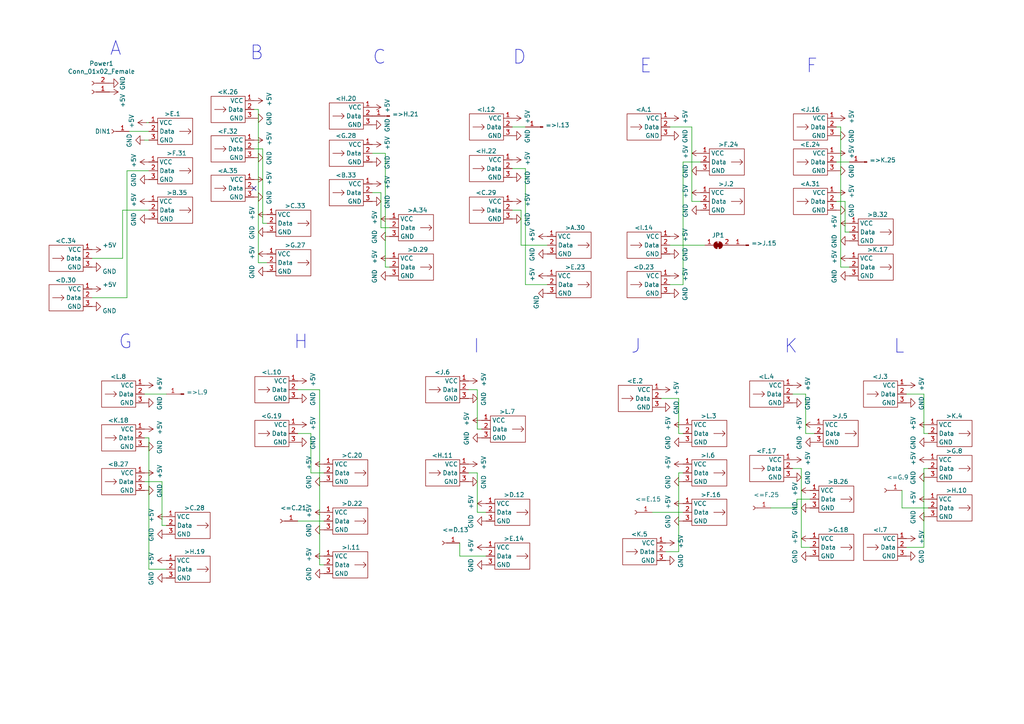
<source format=kicad_sch>
(kicad_sch (version 20200512) (host eeschema "(5.99.0-1842-g6eb2a1e56)")
  (page 1 1)
  (paper "A4")
  (lib_symbols
    (symbol "Connector:Conn_01x01_Female" (pin_names hide)
      (property "Reference" "J" (at 0 2.54 0))
      (property "Value" "Conn_01x01_Female" (at 0 -2.54 0))
      (symbol "Conn_01x01_Female_1_1"
        (arc (start 0 0.508) (end 0 -0.508) (radius (at 0 0) (length 0.508) (angles 90.1 -90.1)) (stroke (width 0.1524)))
        (polyline (pts (xy -1.27 0) (xy -0.508 0)) (stroke (width 0.1524)))
        (pin passive line (at -5.08 0 0) (length 3.81) (name "Pin_1") (number "1"))
      )
    )
    (symbol "Connector:Conn_01x01_Male" (pin_names hide)
      (property "Reference" "J" (at 0 2.54 0))
      (property "Value" "Conn_01x01_Male" (at 0 -2.54 0))
      (symbol "Conn_01x01_Male_1_1"
        (rectangle (start 0.8636 0.127) (end 0 -0.127) (stroke (width 0.1524)) (fill (type outline)))
        (polyline (pts (xy 1.27 0) (xy 0.8636 0)) (stroke (width 0.1524)))
        (pin passive line (at 5.08 0 180) (length 3.81) (name "Pin_1") (number "1"))
      )
    )
    (symbol "Connector:Conn_01x02_Female" (pin_names hide)
      (property "Reference" "J" (at 0 2.54 0))
      (property "Value" "Conn_01x02_Female" (at 0 -5.08 0))
      (symbol "Conn_01x02_Female_1_1"
        (arc (start 0 -2.032) (end 0 -3.048) (radius (at 0 -2.54) (length 0.508) (angles 90.1 -90.1)) (stroke (width 0.1524)))
        (arc (start 0 0.508) (end 0 -0.508) (radius (at 0 0) (length 0.508) (angles 90.1 -90.1)) (stroke (width 0.1524)))
        (polyline (pts (xy -1.27 -2.54) (xy -0.508 -2.54)) (stroke (width 0.1524)))
        (polyline (pts (xy -1.27 0) (xy -0.508 0)) (stroke (width 0.1524)))
        (pin passive line (at -5.08 0 0) (length 3.81) (name "Pin_1") (number "1"))
        (pin passive line (at -5.08 -2.54 0) (length 3.81) (name "Pin_2") (number "2"))
      )
    )
    (symbol "Ikosaeder:LEDs_In"
      (property "Reference" "LIN" (at 0 7.62 0))
      (property "Value" "LEDs_In" (at 0 5.08 0))
      (symbol "LEDs_In_0_1"
        (rectangle (start -4.826 3.81) (end 5.08 -3.81) (stroke (width 0.1524)))
        (polyline (pts (xy -3.81 0) (xy -0.508 0) (xy -1.27 0.762) (xy -0.508 0) (xy -1.27 -0.762)) (stroke (width 0.1524)))
      )
      (symbol "LEDs_In_1_1"
        (pin power_out line (at 7.62 2.54 180) (length 2.54) (name "VCC") (number "1"))
        (pin output line (at 7.62 0 180) (length 2.54) (name "Data") (number "2"))
        (pin power_out line (at 7.62 -2.54 180) (length 2.54) (name "GND") (number "3"))
      )
    )
    (symbol "Ikosaeder:LEDs_Out"
      (property "Reference" "LOUT" (at 0 7.874 0))
      (property "Value" "LEDs_Out" (at 0 6.096 0))
      (symbol "LEDs_Out_0_1"
        (rectangle (start -5.08 5.08) (end 5.08 -2.54) (stroke (width 0.1524)))
        (polyline (pts (xy 1.27 1.27) (xy 4.572 1.27) (xy 3.81 2.032) (xy 4.572 1.27) (xy 3.81 0.508)) (stroke (width 0.1524)))
      )
      (symbol "LEDs_Out_1_1"
        (pin power_in line (at -7.62 3.81 0) (length 2.54) (name "VCC") (number "1"))
        (pin input line (at -7.62 1.27 0) (length 2.54) (name "Data") (number "2"))
        (pin power_in line (at -7.62 -1.27 0) (length 2.54) (name "GND") (number "3"))
      )
    )
    (symbol "Jumper:SolderJumper_2_Bridged" (pin_names (offset 0) hide)
      (property "Reference" "JP" (at 0 2.032 0))
      (property "Value" "SolderJumper_2_Bridged" (at 0 -2.54 0))
      (symbol "SolderJumper_2_Bridged_0_1"
        (arc (start -0.254 1.016) (end -0.254 -1.016) (radius (at -0.254 0) (length 1.016) (angles 90.1 -90.1)))
        (arc (start -0.254 1.016) (end -0.254 -1.016) (radius (at -0.254 0) (length 1.016) (angles 90.1 -90.1)) (fill (type outline)))
        (arc (start 0.254 -1.016) (end 0.254 1.016) (radius (at 0.254 0) (length 1.016) (angles -89.9 89.9)))
        (arc (start 0.254 -1.016) (end 0.254 1.016) (radius (at 0.254 0) (length 1.016) (angles -89.9 89.9)) (fill (type outline)))
        (rectangle (start -0.508 0.508) (end 0.508 -0.508) (fill (type outline)))
        (polyline (pts (xy -0.254 1.016) (xy -0.254 -1.016)))
        (polyline (pts (xy 0.254 1.016) (xy 0.254 -1.016)))
      )
      (symbol "SolderJumper_2_Bridged_1_1"
        (pin passive line (at -3.81 0 0) (length 2.54) (name "A") (number "1"))
        (pin passive line (at 3.81 0 180) (length 2.54) (name "B") (number "2"))
      )
    )
    (symbol "power:+5V" (power) (pin_names (offset 0))
      (property "Value" "+5V" (at 0 3.556 0))
      (symbol "+5V_0_1"
        (polyline (pts (xy -0.762 1.27) (xy 0 2.54)))
        (polyline (pts (xy 0 0) (xy 0 2.54)))
        (polyline (pts (xy 0 2.54) (xy 0.762 1.27)))
      )
      (symbol "+5V_1_1"
        (pin power_in line (at 0 0 90) (length 0) hide (name "+5V") (number "1"))
      )
    )
    (symbol "power:GND" (power) (pin_names (offset 0))
      (property "Value" "GND" (at 0 -3.81 0))
      (symbol "GND_0_1"
        (polyline (pts (xy 0 0) (xy 0 -1.27) (xy 1.27 -1.27) (xy 0 -2.54) (xy -1.27 -1.27) (xy 0 -1.27)))
      )
      (symbol "GND_1_1"
        (pin power_in line (at 0 0 270) (length 0) hide (name "GND") (number "1"))
      )
    )
  )
  (no_connect (at 73.66 54.61))
  (wire (pts (xy 35.56 60.96) (xy 35.56 74.93)))
  (wire (pts (xy 35.56 60.96) (xy 43.18 60.96)))
  (wire (pts (xy 35.56 74.93) (xy 26.67 74.93)))
  (wire (pts (xy 36.83 49.53) (xy 36.83 86.36)))
  (wire (pts (xy 36.83 86.36) (xy 26.67 86.36)))
  (wire (pts (xy 37.465 38.1) (xy 43.18 38.1)))
  (wire (pts (xy 41.91 40.64) (xy 43.18 40.64)))
  (wire (pts (xy 41.91 114.3) (xy 48.26 114.3)))
  (wire (pts (xy 41.91 127) (xy 43.18 127)))
  (wire (pts (xy 41.91 139.7) (xy 46.99 139.7)))
  (wire (pts (xy 42.545 35.56) (xy 43.18 35.56)))
  (wire (pts (xy 43.18 49.53) (xy 36.83 49.53)))
  (wire (pts (xy 43.18 127) (xy 43.18 165.1)))
  (wire (pts (xy 43.18 165.1) (xy 48.26 165.1)))
  (wire (pts (xy 46.99 139.7) (xy 46.99 152.4)))
  (wire (pts (xy 46.99 152.4) (xy 48.26 152.4)))
  (wire (pts (xy 73.66 31.75) (xy 74.93 31.75)))
  (wire (pts (xy 73.66 43.18) (xy 76.2 43.18)))
  (wire (pts (xy 74.93 31.75) (xy 74.93 76.2)))
  (wire (pts (xy 74.93 76.2) (xy 77.47 76.2)))
  (wire (pts (xy 76.2 43.18) (xy 76.2 64.77)))
  (wire (pts (xy 76.2 64.77) (xy 77.47 64.77)))
  (wire (pts (xy 86.36 113.03) (xy 92.71 113.03)))
  (wire (pts (xy 86.36 125.73) (xy 90.17 125.73)))
  (wire (pts (xy 86.36 151.13) (xy 93.98 151.13)))
  (wire (pts (xy 90.17 125.73) (xy 90.17 137.16)))
  (wire (pts (xy 90.17 137.16) (xy 93.98 137.16)))
  (wire (pts (xy 92.71 113.03) (xy 92.71 163.83)))
  (wire (pts (xy 92.71 163.83) (xy 93.98 163.83)))
  (wire (pts (xy 107.95 44.45) (xy 111.76 44.45)))
  (wire (pts (xy 107.95 55.88) (xy 110.49 55.88)))
  (wire (pts (xy 110.49 55.88) (xy 110.49 66.04)))
  (wire (pts (xy 110.49 66.04) (xy 113.03 66.04)))
  (wire (pts (xy 111.76 44.45) (xy 111.76 77.47)))
  (wire (pts (xy 111.76 77.47) (xy 113.03 77.47)))
  (wire (pts (xy 133.35 157.48) (xy 133.35 161.29)))
  (wire (pts (xy 133.35 161.29) (xy 140.97 161.29)))
  (wire (pts (xy 135.89 113.03) (xy 138.43 113.03)))
  (wire (pts (xy 135.89 137.16) (xy 138.43 137.16)))
  (wire (pts (xy 138.43 113.03) (xy 138.43 124.46)))
  (wire (pts (xy 138.43 124.46) (xy 139.7 124.46)))
  (wire (pts (xy 138.43 137.16) (xy 138.43 148.59)))
  (wire (pts (xy 138.43 148.59) (xy 140.97 148.59)))
  (wire (pts (xy 148.59 36.83) (xy 152.4 36.83)))
  (wire (pts (xy 148.59 48.895) (xy 152.4 48.895)))
  (wire (pts (xy 148.59 60.96) (xy 151.13 60.96)))
  (wire (pts (xy 151.13 60.96) (xy 151.13 71.12)))
  (wire (pts (xy 151.13 71.12) (xy 158.75 71.12)))
  (wire (pts (xy 152.4 48.895) (xy 152.4 82.55)))
  (wire (pts (xy 158.75 82.55) (xy 152.4 82.55)))
  (wire (pts (xy 189.23 148.59) (xy 198.12 148.59)))
  (wire (pts (xy 191.77 115.57) (xy 196.85 115.57)))
  (wire (pts (xy 193.04 160.02) (xy 196.85 160.02)))
  (wire (pts (xy 194.31 36.83) (xy 200.66 36.83)))
  (wire (pts (xy 194.31 82.55) (xy 198.12 82.55)))
  (wire (pts (xy 196.85 115.57) (xy 196.85 125.73)))
  (wire (pts (xy 196.85 125.73) (xy 198.12 125.73)))
  (wire (pts (xy 196.85 137.16) (xy 198.12 137.16)))
  (wire (pts (xy 196.85 160.02) (xy 196.85 137.16)))
  (wire (pts (xy 198.12 46.99) (xy 203.2 46.99)))
  (wire (pts (xy 198.12 82.55) (xy 198.12 46.99)))
  (wire (pts (xy 200.66 36.83) (xy 200.66 58.42)))
  (wire (pts (xy 200.66 58.42) (xy 203.2 58.42)))
  (wire (pts (xy 204.47 71.12) (xy 194.31 71.12)))
  (wire (pts (xy 223.52 147.32) (xy 231.14 147.32)))
  (wire (pts (xy 229.87 114.3) (xy 233.68 114.3)))
  (wire (pts (xy 229.87 135.89) (xy 232.41 135.89)))
  (wire (pts (xy 231.14 144.78) (xy 234.95 144.78)))
  (wire (pts (xy 231.14 147.32) (xy 231.14 144.78)))
  (wire (pts (xy 232.41 135.89) (xy 232.41 158.75)))
  (wire (pts (xy 232.41 158.75) (xy 234.95 158.75)))
  (wire (pts (xy 233.68 114.3) (xy 233.68 125.73)))
  (wire (pts (xy 233.68 125.73) (xy 236.22 125.73)))
  (wire (pts (xy 242.57 36.83) (xy 243.84 36.83)))
  (wire (pts (xy 242.57 46.99) (xy 246.38 46.99)))
  (wire (pts (xy 242.57 58.42) (xy 245.11 58.42)))
  (wire (pts (xy 243.84 36.83) (xy 243.84 77.47)))
  (wire (pts (xy 243.84 77.47) (xy 246.38 77.47)))
  (wire (pts (xy 245.11 58.42) (xy 245.11 67.31)))
  (wire (pts (xy 245.11 67.31) (xy 246.38 67.31)))
  (wire (pts (xy 261.62 142.24) (xy 261.62 147.32)))
  (wire (pts (xy 261.62 147.32) (xy 269.24 147.32)))
  (wire (pts (xy 262.89 114.3) (xy 267.97 114.3)))
  (wire (pts (xy 262.89 158.75) (xy 267.97 158.75)))
  (wire (pts (xy 267.97 114.3) (xy 267.97 125.73)))
  (wire (pts (xy 267.97 125.73) (xy 269.24 125.73)))
  (wire (pts (xy 267.97 135.89) (xy 269.24 135.89)))
  (wire (pts (xy 267.97 158.75) (xy 267.97 135.89)))
  (text "A" (at 31.75 16.51 0) (effects (font (size 3.9878 3.9878)) (justify left bottom)))
  (text "G" (at 34.29 101.6 0) (effects (font (size 3.9878 3.9878)) (justify left bottom)))
  (text "B" (at 72.39 17.78 0) (effects (font (size 3.9878 3.9878)) (justify left bottom)))
  (text "H" (at 85.09 101.6 0) (effects (font (size 3.9878 3.9878)) (justify left bottom)))
  (text "C" (at 107.95 19.05 0) (effects (font (size 3.9878 3.9878)) (justify left bottom)))
  (text "I" (at 137.16 102.87 0) (effects (font (size 3.9878 3.9878)) (justify left bottom)))
  (text "D" (at 148.59 19.05 0) (effects (font (size 3.9878 3.9878)) (justify left bottom)))
  (text "J" (at 182.88 102.87 0) (effects (font (size 3.9878 3.9878)) (justify left bottom)))
  (text "E" (at 185.42 21.59 0) (effects (font (size 3.9878 3.9878)) (justify left bottom)))
  (text "K" (at 227.33 102.87 0) (effects (font (size 3.9878 3.9878)) (justify left bottom)))
  (text "F" (at 233.68 21.59 0) (effects (font (size 3.9878 3.9878)) (justify left bottom)))
  (text "L" (at 259.08 102.87 0) (effects (font (size 3.9878 3.9878)) (justify left bottom)))
  (symbol (lib_id "power:+5V") (at 26.67 72.39 270) (unit 1)
    (property "Reference" "#PWR0110" (effects hide))
    (property "Value" "+5V" (at 31.75 71.12 90))
  )
  (symbol (lib_id "power:+5V") (at 26.67 83.82 270) (unit 1)
    (property "Reference" "#PWR0114" (effects hide))
    (property "Value" "+5V" (at 31.75 82.55 90))
  )
  (symbol (lib_id "power:+5V") (at 31.75 26.67 270) (unit 1)
    (property "Reference" "#PWR0111" (effects hide))
    (property "Value" "+5V" (at 35.56 29.21 0))
  )
  (symbol (lib_id "power:+5V") (at 41.91 111.76 270) (mirror x) (unit 1)
    (property "Reference" "#PWR0168" (effects hide))
    (property "Value" "+5V" (at 46.3042 111.379 0))
  )
  (symbol (lib_id "power:+5V") (at 41.91 124.46 270) (mirror x) (unit 1)
    (property "Reference" "#PWR0169" (effects hide))
    (property "Value" "+5V" (at 46.3042 124.079 0))
  )
  (symbol (lib_id "power:+5V") (at 41.91 137.16 270) (mirror x) (unit 1)
    (property "Reference" "#PWR0170" (effects hide))
    (property "Value" "+5V" (at 46.3042 136.779 0))
  )
  (symbol (lib_id "power:+5V") (at 42.545 35.56 90) (unit 1)
    (property "Reference" "#PWR0115" (effects hide))
    (property "Value" "+5V" (at 38.1508 35.179 0))
  )
  (symbol (lib_id "power:+5V") (at 43.18 46.99 90) (unit 1)
    (property "Reference" "#PWR0113" (effects hide))
    (property "Value" "+5V" (at 38.7858 46.609 0))
  )
  (symbol (lib_id "power:+5V") (at 43.18 58.42 90) (unit 1)
    (property "Reference" "#PWR0106" (effects hide))
    (property "Value" "+5V" (at 38.7858 58.039 0))
  )
  (symbol (lib_id "power:+5V") (at 48.26 149.86 90) (unit 1)
    (property "Reference" "#PWR0159" (effects hide))
    (property "Value" "+5V" (at 43.8658 149.479 0))
  )
  (symbol (lib_id "power:+5V") (at 48.26 162.56 90) (unit 1)
    (property "Reference" "#PWR0161" (effects hide))
    (property "Value" "+5V" (at 43.8658 162.179 0))
  )
  (symbol (lib_id "power:+5V") (at 73.66 29.21 270) (mirror x) (unit 1)
    (property "Reference" "#PWR0102" (effects hide))
    (property "Value" "+5V" (at 78.0542 28.829 0))
  )
  (symbol (lib_id "power:+5V") (at 73.66 40.64 270) (mirror x) (unit 1)
    (property "Reference" "#PWR0101" (effects hide))
    (property "Value" "+5V" (at 78.0542 40.259 0))
  )
  (symbol (lib_id "power:+5V") (at 73.66 52.07 270) (mirror x) (unit 1)
    (property "Reference" "#PWR0103" (effects hide))
    (property "Value" "+5V" (at 78.0542 51.689 0))
  )
  (symbol (lib_id "power:+5V") (at 77.47 62.23 90) (unit 1)
    (property "Reference" "#PWR0147" (effects hide))
    (property "Value" "+5V" (at 73.0758 61.849 0))
  )
  (symbol (lib_id "power:+5V") (at 77.47 73.66 90) (unit 1)
    (property "Reference" "#PWR0149" (effects hide))
    (property "Value" "+5V" (at 73.0758 73.279 0))
  )
  (symbol (lib_id "power:+5V") (at 86.36 110.49 270) (mirror x) (unit 1)
    (property "Reference" "#PWR0155" (effects hide))
    (property "Value" "+5V" (at 90.7542 110.109 0))
  )
  (symbol (lib_id "power:+5V") (at 86.36 123.19 270) (mirror x) (unit 1)
    (property "Reference" "#PWR0157" (effects hide))
    (property "Value" "+5V" (at 90.7542 122.809 0))
  )
  (symbol (lib_id "power:+5V") (at 93.98 134.62 90) (unit 1)
    (property "Reference" "#PWR0167" (effects hide))
    (property "Value" "+5V" (at 89.5858 134.239 0))
  )
  (symbol (lib_id "power:+5V") (at 93.98 148.59 90) (unit 1)
    (property "Reference" "#PWR0154" (effects hide))
    (property "Value" "+5V" (at 89.5858 148.209 0))
  )
  (symbol (lib_id "power:+5V") (at 93.98 161.29 90) (unit 1)
    (property "Reference" "#PWR0162" (effects hide))
    (property "Value" "+5V" (at 89.5858 160.909 0))
  )
  (symbol (lib_id "power:+5V") (at 107.95 31.115 270) (mirror x) (unit 1)
    (property "Reference" "#PWR0146" (effects hide))
    (property "Value" "+5V" (at 112.3442 30.734 0))
  )
  (symbol (lib_id "power:+5V") (at 107.95 41.91 270) (mirror x) (unit 1)
    (property "Reference" "#PWR0136" (effects hide))
    (property "Value" "+5V" (at 112.3442 41.529 0))
  )
  (symbol (lib_id "power:+5V") (at 107.95 53.34 270) (mirror x) (unit 1)
    (property "Reference" "#PWR0138" (effects hide))
    (property "Value" "+5V" (at 112.3442 52.959 0))
  )
  (symbol (lib_id "power:+5V") (at 113.03 63.5 90) (unit 1)
    (property "Reference" "#PWR0142" (effects hide))
    (property "Value" "+5V" (at 108.6358 63.119 0))
  )
  (symbol (lib_id "power:+5V") (at 113.03 74.93 90) (unit 1)
    (property "Reference" "#PWR0141" (effects hide))
    (property "Value" "+5V" (at 108.6358 74.549 0))
  )
  (symbol (lib_id "power:+5V") (at 135.89 110.49 270) (mirror x) (unit 1)
    (property "Reference" "#PWR0123" (effects hide))
    (property "Value" "+5V" (at 140.2842 110.109 0))
  )
  (symbol (lib_id "power:+5V") (at 135.89 134.62 270) (mirror x) (unit 1)
    (property "Reference" "#PWR0104" (effects hide))
    (property "Value" "+5V" (at 140.2842 134.239 0))
  )
  (symbol (lib_id "power:+5V") (at 139.7 121.92 90) (unit 1)
    (property "Reference" "#PWR0125" (effects hide))
    (property "Value" "+5V" (at 135.3058 121.539 0))
  )
  (symbol (lib_id "power:+5V") (at 140.97 146.05 90) (unit 1)
    (property "Reference" "#PWR0108" (effects hide))
    (property "Value" "+5V" (at 136.5758 145.669 0))
  )
  (symbol (lib_id "power:+5V") (at 140.97 158.75 90) (unit 1)
    (property "Reference" "#PWR0122" (effects hide))
    (property "Value" "+5V" (at 136.5758 158.369 0))
  )
  (symbol (lib_id "power:+5V") (at 148.59 34.29 270) (mirror x) (unit 1)
    (property "Reference" "#PWR0133" (effects hide))
    (property "Value" "+5V" (at 152.9842 33.909 0))
  )
  (symbol (lib_id "power:+5V") (at 148.59 46.355 270) (mirror x) (unit 1)
    (property "Reference" "#PWR0132" (effects hide))
    (property "Value" "+5V" (at 152.9842 45.974 0))
  )
  (symbol (lib_id "power:+5V") (at 148.59 58.42 270) (mirror x) (unit 1)
    (property "Reference" "#PWR0126" (effects hide))
    (property "Value" "+5V" (at 152.9842 58.039 0))
  )
  (symbol (lib_id "power:+5V") (at 158.75 68.58 90) (unit 1)
    (property "Reference" "#PWR0130" (effects hide))
    (property "Value" "+5V" (at 154.3558 68.199 0))
  )
  (symbol (lib_id "power:+5V") (at 158.75 80.01 90) (unit 1)
    (property "Reference" "#PWR0173" (effects hide))
    (property "Value" "+5V" (at 154.3558 79.629 0))
  )
  (symbol (lib_id "power:+5V") (at 191.77 113.03 270) (mirror x) (unit 1)
    (property "Reference" "#PWR0171" (effects hide))
    (property "Value" "+5V" (at 196.1642 112.649 0))
  )
  (symbol (lib_id "power:+5V") (at 193.04 157.48 270) (mirror x) (unit 1)
    (property "Reference" "#PWR0183" (effects hide))
    (property "Value" "+5V" (at 197.4342 157.099 0))
  )
  (symbol (lib_id "power:+5V") (at 194.31 34.29 270) (mirror x) (unit 1)
    (property "Reference" "#PWR0207" (effects hide))
    (property "Value" "+5V" (at 198.7042 33.909 0))
  )
  (symbol (lib_id "power:+5V") (at 194.31 68.58 270) (mirror x) (unit 1)
    (property "Reference" "#PWR0201" (effects hide))
    (property "Value" "+5V" (at 198.7042 68.199 0))
  )
  (symbol (lib_id "power:+5V") (at 194.31 80.01 270) (mirror x) (unit 1)
    (property "Reference" "#PWR0175" (effects hide))
    (property "Value" "+5V" (at 198.7042 79.629 0))
  )
  (symbol (lib_id "power:+5V") (at 198.12 123.19 90) (unit 1)
    (property "Reference" "#PWR0178" (effects hide))
    (property "Value" "+5V" (at 193.7258 122.809 0))
  )
  (symbol (lib_id "power:+5V") (at 198.12 134.62 90) (unit 1)
    (property "Reference" "#PWR0179" (effects hide))
    (property "Value" "+5V" (at 193.7258 134.239 0))
  )
  (symbol (lib_id "power:+5V") (at 198.12 146.05 90) (unit 1)
    (property "Reference" "#PWR0181" (effects hide))
    (property "Value" "+5V" (at 193.7258 145.669 0))
  )
  (symbol (lib_id "power:+5V") (at 203.2 44.45 90) (unit 1)
    (property "Reference" "#PWR0211" (effects hide))
    (property "Value" "+5V" (at 198.8058 44.069 0))
  )
  (symbol (lib_id "power:+5V") (at 203.2 55.88 90) (unit 1)
    (property "Reference" "#PWR0210" (effects hide))
    (property "Value" "+5V" (at 198.8058 55.499 0))
  )
  (symbol (lib_id "power:+5V") (at 229.87 111.76 270) (mirror x) (unit 1)
    (property "Reference" "#PWR0218" (effects hide))
    (property "Value" "+5V" (at 234.2642 111.379 0))
  )
  (symbol (lib_id "power:+5V") (at 229.87 133.35 270) (mirror x) (unit 1)
    (property "Reference" "#PWR0185" (effects hide))
    (property "Value" "+5V" (at 234.2642 132.969 0))
  )
  (symbol (lib_id "power:+5V") (at 234.95 142.24 90) (unit 1)
    (property "Reference" "#PWR0187" (effects hide))
    (property "Value" "+5V" (at 230.5558 141.859 0))
  )
  (symbol (lib_id "power:+5V") (at 234.95 156.21 90) (unit 1)
    (property "Reference" "#PWR0189" (effects hide))
    (property "Value" "+5V" (at 230.5558 155.829 0))
  )
  (symbol (lib_id "power:+5V") (at 236.22 123.19 90) (unit 1)
    (property "Reference" "#PWR0219" (effects hide))
    (property "Value" "+5V" (at 231.8258 122.809 0))
  )
  (symbol (lib_id "power:+5V") (at 242.57 34.29 270) (mirror x) (unit 1)
    (property "Reference" "#PWR0204" (effects hide))
    (property "Value" "+5V" (at 246.9642 33.909 0))
  )
  (symbol (lib_id "power:+5V") (at 242.57 44.45 270) (mirror x) (unit 1)
    (property "Reference" "#PWR0205" (effects hide))
    (property "Value" "+5V" (at 246.9642 44.069 0))
  )
  (symbol (lib_id "power:+5V") (at 242.57 55.88 270) (mirror x) (unit 1)
    (property "Reference" "#PWR0206" (effects hide))
    (property "Value" "+5V" (at 246.9642 55.499 0))
  )
  (symbol (lib_id "power:+5V") (at 246.38 64.77 90) (unit 1)
    (property "Reference" "#PWR0220" (effects hide))
    (property "Value" "+5V" (at 241.9858 64.389 0))
  )
  (symbol (lib_id "power:+5V") (at 246.38 74.93 90) (unit 1)
    (property "Reference" "#PWR0215" (effects hide))
    (property "Value" "+5V" (at 241.9858 74.549 0))
  )
  (symbol (lib_id "power:+5V") (at 262.89 111.76 270) (mirror x) (unit 1)
    (property "Reference" "#PWR0196" (effects hide))
    (property "Value" "+5V" (at 267.2842 111.379 0))
  )
  (symbol (lib_id "power:+5V") (at 262.89 156.21 270) (mirror x) (unit 1)
    (property "Reference" "#PWR0192" (effects hide))
    (property "Value" "+5V" (at 267.2842 155.829 0))
  )
  (symbol (lib_id "power:+5V") (at 269.24 123.19 90) (unit 1)
    (property "Reference" "#PWR0200" (effects hide))
    (property "Value" "+5V" (at 264.8458 122.809 0))
  )
  (symbol (lib_id "power:+5V") (at 269.24 133.35 90) (unit 1)
    (property "Reference" "#PWR0198" (effects hide))
    (property "Value" "+5V" (at 264.8458 132.969 0))
  )
  (symbol (lib_id "power:+5V") (at 269.24 144.78 90) (unit 1)
    (property "Reference" "#PWR0191" (effects hide))
    (property "Value" "+5V" (at 264.8458 144.399 0))
  )
  (symbol (lib_id "power:GND") (at 26.67 77.47 90) (unit 1)
    (property "Reference" "#PWR0117" (effects hide))
    (property "Value" "GND" (at 31.75 78.74 90))
  )
  (symbol (lib_id "power:GND") (at 26.67 88.9 90) (unit 1)
    (property "Reference" "#PWR0118" (effects hide))
    (property "Value" "GND" (at 31.75 90.17 90))
  )
  (symbol (lib_id "power:GND") (at 31.75 24.13 90) (unit 1)
    (property "Reference" "#PWR0112" (effects hide))
    (property "Value" "GND" (at 35.56 24.13 0))
  )
  (symbol (lib_id "power:GND") (at 41.91 40.64 270) (unit 1)
    (property "Reference" "#PWR0116" (effects hide))
    (property "Value" "GND" (at 37.5158 40.767 0))
  )
  (symbol (lib_id "power:GND") (at 41.91 116.84 90) (mirror x) (unit 1)
    (property "Reference" "#PWR0151" (effects hide))
    (property "Value" "GND" (at 46.3042 116.967 0))
  )
  (symbol (lib_id "power:GND") (at 41.91 129.54 90) (mirror x) (unit 1)
    (property "Reference" "#PWR0152" (effects hide))
    (property "Value" "GND" (at 46.3042 129.667 0))
  )
  (symbol (lib_id "power:GND") (at 41.91 142.24 90) (mirror x) (unit 1)
    (property "Reference" "#PWR0153" (effects hide))
    (property "Value" "GND" (at 46.3042 142.367 0))
  )
  (symbol (lib_id "power:GND") (at 43.18 52.07 270) (unit 1)
    (property "Reference" "#PWR0109" (effects hide))
    (property "Value" "GND" (at 38.7858 52.197 0))
  )
  (symbol (lib_id "power:GND") (at 43.18 63.5 270) (unit 1)
    (property "Reference" "#PWR0107" (effects hide))
    (property "Value" "GND" (at 38.7858 63.627 0))
  )
  (symbol (lib_id "power:GND") (at 48.26 154.94 270) (unit 1)
    (property "Reference" "#PWR0158" (effects hide))
    (property "Value" "GND" (at 43.8658 155.067 0))
  )
  (symbol (lib_id "power:GND") (at 48.26 167.64 270) (unit 1)
    (property "Reference" "#PWR0160" (effects hide))
    (property "Value" "GND" (at 43.8658 167.767 0))
  )
  (symbol (lib_id "power:GND") (at 73.66 34.29 90) (mirror x) (unit 1)
    (property "Reference" "#PWR0144" (effects hide))
    (property "Value" "GND" (at 78.0542 34.417 0))
  )
  (symbol (lib_id "power:GND") (at 73.66 45.72 90) (mirror x) (unit 1)
    (property "Reference" "#PWR0143" (effects hide))
    (property "Value" "GND" (at 78.0542 45.847 0))
  )
  (symbol (lib_id "power:GND") (at 73.66 57.15 90) (mirror x) (unit 1)
    (property "Reference" "#PWR0134" (effects hide))
    (property "Value" "GND" (at 78.0542 57.277 0))
  )
  (symbol (lib_id "power:GND") (at 77.47 67.31 270) (unit 1)
    (property "Reference" "#PWR0148" (effects hide))
    (property "Value" "GND" (at 73.0758 67.437 0))
  )
  (symbol (lib_id "power:GND") (at 77.47 78.74 270) (unit 1)
    (property "Reference" "#PWR0150" (effects hide))
    (property "Value" "GND" (at 73.0758 78.867 0))
  )
  (symbol (lib_id "power:GND") (at 86.36 115.57 90) (mirror x) (unit 1)
    (property "Reference" "#PWR0156" (effects hide))
    (property "Value" "GND" (at 90.7542 115.697 0))
  )
  (symbol (lib_id "power:GND") (at 86.36 128.27 90) (mirror x) (unit 1)
    (property "Reference" "#PWR0165" (effects hide))
    (property "Value" "GND" (at 90.7542 128.397 0))
  )
  (symbol (lib_id "power:GND") (at 93.98 139.7 270) (unit 1)
    (property "Reference" "#PWR0166" (effects hide))
    (property "Value" "GND" (at 89.5858 139.827 0))
  )
  (symbol (lib_id "power:GND") (at 93.98 153.67 270) (unit 1)
    (property "Reference" "#PWR0163" (effects hide))
    (property "Value" "GND" (at 89.5858 153.797 0))
  )
  (symbol (lib_id "power:GND") (at 93.98 166.37 270) (unit 1)
    (property "Reference" "#PWR0164" (effects hide))
    (property "Value" "GND" (at 89.5858 166.497 0))
  )
  (symbol (lib_id "power:GND") (at 107.95 36.195 90) (mirror x) (unit 1)
    (property "Reference" "#PWR0145" (effects hide))
    (property "Value" "GND" (at 112.3442 36.322 0))
  )
  (symbol (lib_id "power:GND") (at 107.95 46.99 90) (mirror x) (unit 1)
    (property "Reference" "#PWR0137" (effects hide))
    (property "Value" "GND" (at 112.3442 47.117 0))
  )
  (symbol (lib_id "power:GND") (at 107.95 58.42 90) (mirror x) (unit 1)
    (property "Reference" "#PWR0135" (effects hide))
    (property "Value" "GND" (at 112.3442 58.547 0))
  )
  (symbol (lib_id "power:GND") (at 113.03 68.58 270) (unit 1)
    (property "Reference" "#PWR0140" (effects hide))
    (property "Value" "GND" (at 108.6358 68.707 0))
  )
  (symbol (lib_id "power:GND") (at 113.03 80.01 270) (unit 1)
    (property "Reference" "#PWR0139" (effects hide))
    (property "Value" "GND" (at 108.6358 80.137 0))
  )
  (symbol (lib_id "power:GND") (at 135.89 115.57 90) (mirror x) (unit 1)
    (property "Reference" "#PWR0124" (effects hide))
    (property "Value" "GND" (at 140.2842 115.697 0))
  )
  (symbol (lib_id "power:GND") (at 135.89 139.7 90) (mirror x) (unit 1)
    (property "Reference" "#PWR0120" (effects hide))
    (property "Value" "GND" (at 140.2842 139.827 0))
  )
  (symbol (lib_id "power:GND") (at 139.7 127 270) (unit 1)
    (property "Reference" "#PWR0105" (effects hide))
    (property "Value" "GND" (at 135.3058 127.127 0))
  )
  (symbol (lib_id "power:GND") (at 140.97 151.13 270) (unit 1)
    (property "Reference" "#PWR0121" (effects hide))
    (property "Value" "GND" (at 136.5758 151.257 0))
  )
  (symbol (lib_id "power:GND") (at 140.97 163.83 270) (unit 1)
    (property "Reference" "#PWR0119" (effects hide))
    (property "Value" "GND" (at 136.5758 163.957 0))
  )
  (symbol (lib_id "power:GND") (at 148.59 39.37 90) (mirror x) (unit 1)
    (property "Reference" "#PWR0129" (effects hide))
    (property "Value" "GND" (at 152.9842 39.497 0))
  )
  (symbol (lib_id "power:GND") (at 148.59 51.435 90) (mirror x) (unit 1)
    (property "Reference" "#PWR0127" (effects hide))
    (property "Value" "GND" (at 152.9842 51.562 0))
  )
  (symbol (lib_id "power:GND") (at 148.59 63.5 90) (mirror x) (unit 1)
    (property "Reference" "#PWR0128" (effects hide))
    (property "Value" "GND" (at 152.9842 63.627 0))
  )
  (symbol (lib_id "power:GND") (at 158.75 73.66 270) (unit 1)
    (property "Reference" "#PWR0131" (effects hide))
    (property "Value" "GND" (at 154.3558 73.787 0))
  )
  (symbol (lib_id "power:GND") (at 158.75 85.09 270) (unit 1)
    (property "Reference" "#PWR0172" (effects hide))
    (property "Value" "GND" (at 155.575 87.63 0))
  )
  (symbol (lib_id "power:GND") (at 191.77 118.11 90) (mirror x) (unit 1)
    (property "Reference" "#PWR0176" (effects hide))
    (property "Value" "GND" (at 196.1642 118.237 0))
  )
  (symbol (lib_id "power:GND") (at 193.04 162.56 90) (mirror x) (unit 1)
    (property "Reference" "#PWR0182" (effects hide))
    (property "Value" "GND" (at 197.4342 162.687 0))
  )
  (symbol (lib_id "power:GND") (at 194.31 39.37 90) (mirror x) (unit 1)
    (property "Reference" "#PWR0208" (effects hide))
    (property "Value" "GND" (at 198.7042 39.497 0))
  )
  (symbol (lib_id "power:GND") (at 194.31 73.66 90) (mirror x) (unit 1)
    (property "Reference" "#PWR0202" (effects hide))
    (property "Value" "GND" (at 198.7042 73.787 0))
  )
  (symbol (lib_id "power:GND") (at 194.31 85.09 90) (mirror x) (unit 1)
    (property "Reference" "#PWR0174" (effects hide))
    (property "Value" "GND" (at 198.7042 85.217 0))
  )
  (symbol (lib_id "power:GND") (at 198.12 128.27 270) (unit 1)
    (property "Reference" "#PWR0177" (effects hide))
    (property "Value" "GND" (at 193.7258 128.397 0))
  )
  (symbol (lib_id "power:GND") (at 198.12 139.7 270) (unit 1)
    (property "Reference" "#PWR0180" (effects hide))
    (property "Value" "GND" (at 193.7258 139.827 0))
  )
  (symbol (lib_id "power:GND") (at 198.12 151.13 270) (unit 1)
    (property "Reference" "#PWR0184" (effects hide))
    (property "Value" "GND" (at 193.7258 151.257 0))
  )
  (symbol (lib_id "power:GND") (at 203.2 49.53 270) (unit 1)
    (property "Reference" "#PWR0209" (effects hide))
    (property "Value" "GND" (at 198.8058 49.657 0))
  )
  (symbol (lib_id "power:GND") (at 203.2 60.96 270) (unit 1)
    (property "Reference" "#PWR0212" (effects hide))
    (property "Value" "GND" (at 198.8058 61.087 0))
  )
  (symbol (lib_id "power:GND") (at 229.87 116.84 90) (mirror x) (unit 1)
    (property "Reference" "#PWR0217" (effects hide))
    (property "Value" "GND" (at 234.2642 116.967 0))
  )
  (symbol (lib_id "power:GND") (at 229.87 138.43 90) (mirror x) (unit 1)
    (property "Reference" "#PWR0186" (effects hide))
    (property "Value" "GND" (at 234.2642 138.557 0))
  )
  (symbol (lib_id "power:GND") (at 234.95 147.32 270) (unit 1)
    (property "Reference" "#PWR0188" (effects hide))
    (property "Value" "GND" (at 230.5558 147.447 0))
  )
  (symbol (lib_id "power:GND") (at 234.95 161.29 270) (unit 1)
    (property "Reference" "#PWR0194" (effects hide))
    (property "Value" "GND" (at 230.5558 161.417 0))
  )
  (symbol (lib_id "power:GND") (at 236.22 128.27 270) (unit 1)
    (property "Reference" "#PWR0197" (effects hide))
    (property "Value" "GND" (at 231.8258 128.397 0))
  )
  (symbol (lib_id "power:GND") (at 242.57 39.37 90) (mirror x) (unit 1)
    (property "Reference" "#PWR0203" (effects hide))
    (property "Value" "GND" (at 246.9642 39.497 0))
  )
  (symbol (lib_id "power:GND") (at 242.57 49.53 90) (mirror x) (unit 1)
    (property "Reference" "#PWR0222" (effects hide))
    (property "Value" "GND" (at 246.9642 49.657 0))
  )
  (symbol (lib_id "power:GND") (at 242.57 60.96 90) (mirror x) (unit 1)
    (property "Reference" "#PWR0221" (effects hide))
    (property "Value" "GND" (at 246.9642 61.087 0))
  )
  (symbol (lib_id "power:GND") (at 246.38 69.85 270) (unit 1)
    (property "Reference" "#PWR0214" (effects hide))
    (property "Value" "GND" (at 241.9858 69.977 0))
  )
  (symbol (lib_id "power:GND") (at 246.38 80.01 270) (unit 1)
    (property "Reference" "#PWR0216" (effects hide))
    (property "Value" "GND" (at 241.9858 80.137 0))
  )
  (symbol (lib_id "power:GND") (at 262.89 116.84 90) (mirror x) (unit 1)
    (property "Reference" "#PWR0213" (effects hide))
    (property "Value" "GND" (at 267.2842 116.967 0))
  )
  (symbol (lib_id "power:GND") (at 262.89 161.29 90) (mirror x) (unit 1)
    (property "Reference" "#PWR0193" (effects hide))
    (property "Value" "GND" (at 267.2842 161.417 0))
  )
  (symbol (lib_id "power:GND") (at 269.24 128.27 270) (unit 1)
    (property "Reference" "#PWR0199" (effects hide))
    (property "Value" "GND" (at 264.8458 128.397 0))
  )
  (symbol (lib_id "power:GND") (at 269.24 138.43 270) (unit 1)
    (property "Reference" "#PWR0195" (effects hide))
    (property "Value" "GND" (at 264.8458 138.557 0))
  )
  (symbol (lib_id "power:GND") (at 269.24 149.86 270) (unit 1)
    (property "Reference" "#PWR0190" (effects hide))
    (property "Value" "GND" (at 264.8458 149.987 0))
  )
  (symbol (lib_id "Connector:Conn_01x01_Male") (at 53.34 114.3 180) (unit 1)
    (property "Reference" "=>L.9" (at 54.0512 113.7412 0) (effects (justify right)))
    (property "Value" "Conn_01x01_Male" (effects hide))
    (property "Footprint" "Connector_PinHeader_2.54mm:PinHeader_1x01_P2.54mm_Vertical" (effects hide))
  )
  (symbol (lib_id "Connector:Conn_01x01_Male") (at 113.03 33.655 180) (unit 1)
    (property "Reference" "=>H.21" (at 113.7412 33.0962 0) (effects (justify right)))
    (property "Value" "Conn_01x01_Male" (effects hide))
    (property "Footprint" "Connector_PinHeader_2.54mm:PinHeader_1x01_P2.54mm_Vertical" (effects hide))
  )
  (symbol (lib_id "Connector:Conn_01x01_Male") (at 157.48 36.83 180) (unit 1)
    (property "Reference" "=>I.13" (at 158.1912 36.2712 0) (effects (justify right)))
    (property "Value" "Conn_01x01_Male" (effects hide))
    (property "Footprint" "Connector_PinHeader_2.54mm:PinHeader_1x01_P2.54mm_Vertical" (effects hide))
  )
  (symbol (lib_id "Connector:Conn_01x01_Male") (at 217.17 71.12 180) (unit 1)
    (property "Reference" "=>J.15" (at 217.8812 70.5612 0) (effects (justify right)))
    (property "Value" "Conn_01x01_Male" (effects hide))
    (property "Footprint" "Connector_PinHeader_2.54mm:PinHeader_1x01_P2.54mm_Vertical" (effects hide))
  )
  (symbol (lib_id "Connector:Conn_01x01_Male") (at 251.46 46.99 180) (unit 1)
    (property "Reference" "=>K.25" (at 252.1712 46.4312 0) (effects (justify right)))
    (property "Value" "Conn_01x01_Male" (effects hide))
    (property "Footprint" "Connector_PinHeader_2.54mm:PinHeader_1x01_P2.54mm_Vertical" (effects hide))
  )
  (symbol (lib_id "Connector:Conn_01x01_Female") (at 32.385 38.1 180) (unit 1)
    (property "Reference" "DIN1" (at 29.845 38.1 0))
    (property "Value" "Conn_01x01_Female" (effects hide))
    (property "Footprint" "Connector_PinHeader_2.54mm:PinHeader_1x01_P2.54mm_Vertical" (effects hide))
  )
  (symbol (lib_id "Connector:Conn_01x01_Female") (at 81.28 151.13 180) (unit 1)
    (property "Reference" "<=C.21" (at 85.09 147.32 0))
    (property "Value" "Conn_01x01_Female" (effects hide))
    (property "Footprint" "Connector_PinHeader_2.54mm:PinHeader_1x01_P2.54mm_Vertical" (effects hide))
  )
  (symbol (lib_id "Connector:Conn_01x01_Female") (at 128.27 157.48 180) (unit 1)
    (property "Reference" "<=D.13" (at 132.08 153.67 0))
    (property "Value" "Conn_01x01_Female" (effects hide))
    (property "Footprint" "Connector_PinHeader_2.54mm:PinHeader_1x01_P2.54mm_Vertical" (effects hide))
  )
  (symbol (lib_id "Connector:Conn_01x01_Female") (at 184.15 148.59 180) (unit 1)
    (property "Reference" "<=E.15" (at 187.96 144.78 0))
    (property "Value" "Conn_01x01_Female" (effects hide))
    (property "Footprint" "Connector_PinHeader_2.54mm:PinHeader_1x01_P2.54mm_Vertical" (effects hide))
  )
  (symbol (lib_id "Connector:Conn_01x01_Female") (at 218.44 147.32 180) (unit 1)
    (property "Reference" "<=F.25" (at 222.25 143.51 0))
    (property "Value" "Conn_01x01_Female" (effects hide))
    (property "Footprint" "Connector_PinHeader_2.54mm:PinHeader_1x01_P2.54mm_Vertical" (effects hide))
  )
  (symbol (lib_id "Connector:Conn_01x01_Female") (at 256.54 142.24 180) (unit 1)
    (property "Reference" "<=G.9" (at 260.35 138.43 0))
    (property "Value" "Conn_01x01_Female" (effects hide))
    (property "Footprint" "Connector_PinHeader_2.54mm:PinHeader_1x01_P2.54mm_Vertical" (effects hide))
  )
  (symbol (lib_id "Jumper:SolderJumper_2_Bridged") (at 208.28 71.12 0) (unit 1)
    (property "Reference" "JP1" (at 208.28 68.2498 0))
    (property "Value" "SolderJumper_2_Bridged" (effects hide))
    (property "Footprint" "Jumper:SolderJumper-2_P1.3mm_Bridged_RoundedPad1.0x1.5mm" (effects hide))
  )
  (symbol (lib_id "Connector:Conn_01x02_Female") (at 26.67 26.67 180) (unit 1)
    (property "Reference" "Power1" (at 29.4132 18.415 0))
    (property "Value" "Conn_01x02_Female" (at 29.4132 20.7264 0))
    (property "Footprint" "Connector_PinHeader_2.54mm:PinHeader_1x02_P2.54mm_Vertical" (effects hide))
  )
  (symbol (lib_id "Ikosaeder:LEDs_In") (at 19.05 74.93 0) (unit 1)
    (property "Reference" "<C.34" (at 19.05 69.85 0))
    (property "Value" "LEDs_In" (effects hide))
    (property "Footprint" "IkosaederFootprints:LED-Strip" (effects hide))
  )
  (symbol (lib_id "Ikosaeder:LEDs_In") (at 19.05 86.36 0) (unit 1)
    (property "Reference" "<D.30" (at 19.05 81.28 0))
    (property "Value" "LEDs_In" (effects hide))
    (property "Footprint" "IkosaederFootprints:LED-Strip" (effects hide))
  )
  (symbol (lib_id "Ikosaeder:LEDs_In") (at 34.29 114.3 0) (unit 1)
    (property "Reference" "<L.8" (at 34.29 109.22 0))
    (property "Value" "LEDs_In" (effects hide))
    (property "Footprint" "IkosaederFootprints:LED-Strip" (effects hide))
  )
  (symbol (lib_id "Ikosaeder:LEDs_In") (at 34.29 127 0) (unit 1)
    (property "Reference" "<K.18" (at 34.29 121.92 0))
    (property "Value" "LEDs_In" (effects hide))
    (property "Footprint" "IkosaederFootprints:LED-Strip" (effects hide))
  )
  (symbol (lib_id "Ikosaeder:LEDs_In") (at 34.29 139.7 0) (unit 1)
    (property "Reference" "<B.27" (at 34.29 134.62 0))
    (property "Value" "LEDs_In" (effects hide))
    (property "Footprint" "IkosaederFootprints:LED-Strip" (effects hide))
  )
  (symbol (lib_id "Ikosaeder:LEDs_In") (at 66.04 31.75 0) (unit 1)
    (property "Reference" "<K.26" (at 66.04 26.67 0))
    (property "Value" "LEDs_In" (effects hide))
    (property "Footprint" "IkosaederFootprints:LED-Strip" (effects hide))
  )
  (symbol (lib_id "Ikosaeder:LEDs_In") (at 66.04 43.18 0) (unit 1)
    (property "Reference" "<F.32" (at 66.04 38.1 0))
    (property "Value" "LEDs_In" (effects hide))
    (property "Footprint" "IkosaederFootprints:LED-Strip" (effects hide))
  )
  (symbol (lib_id "Ikosaeder:LEDs_In") (at 66.04 54.61 0) (unit 1)
    (property "Reference" "<A.35" (at 66.04 49.53 0))
    (property "Value" "LEDs_In" (effects hide))
    (property "Footprint" "IkosaederFootprints:LED-Strip" (effects hide))
  )
  (symbol (lib_id "Ikosaeder:LEDs_In") (at 78.74 113.03 0) (unit 1)
    (property "Reference" "<L.10" (at 78.74 107.95 0))
    (property "Value" "LEDs_In" (effects hide))
    (property "Footprint" "IkosaederFootprints:LED-Strip" (effects hide))
  )
  (symbol (lib_id "Ikosaeder:LEDs_In") (at 78.74 125.73 0) (unit 1)
    (property "Reference" "<G.19" (at 78.74 120.65 0))
    (property "Value" "LEDs_In" (effects hide))
    (property "Footprint" "IkosaederFootprints:LED-Strip" (effects hide))
  )
  (symbol (lib_id "Ikosaeder:LEDs_In") (at 100.33 33.655 0) (unit 1)
    (property "Reference" "<H.20" (at 100.33 28.575 0))
    (property "Value" "LEDs_In" (effects hide))
    (property "Footprint" "IkosaederFootprints:LED-Strip" (effects hide))
  )
  (symbol (lib_id "Ikosaeder:LEDs_In") (at 100.33 44.45 0) (unit 1)
    (property "Reference" "<G.28" (at 100.33 39.37 0))
    (property "Value" "LEDs_In" (effects hide))
    (property "Footprint" "IkosaederFootprints:LED-Strip" (effects hide))
  )
  (symbol (lib_id "Ikosaeder:LEDs_In") (at 100.33 55.88 0) (unit 1)
    (property "Reference" "<B.33" (at 100.33 50.8 0))
    (property "Value" "LEDs_In" (effects hide))
    (property "Footprint" "IkosaederFootprints:LED-Strip" (effects hide))
  )
  (symbol (lib_id "Ikosaeder:LEDs_In") (at 128.27 113.03 0) (unit 1)
    (property "Reference" "<J.6" (at 128.27 107.95 0))
    (property "Value" "LEDs_In" (effects hide))
    (property "Footprint" "IkosaederFootprints:LED-Strip" (effects hide))
  )
  (symbol (lib_id "Ikosaeder:LEDs_In") (at 128.27 137.16 0) (unit 1)
    (property "Reference" "<H.11" (at 128.27 132.08 0))
    (property "Value" "LEDs_In" (effects hide))
    (property "Footprint" "IkosaederFootprints:LED-Strip" (effects hide))
  )
  (symbol (lib_id "Ikosaeder:LEDs_In") (at 140.97 36.83 0) (unit 1)
    (property "Reference" "<I.12" (at 140.97 31.75 0))
    (property "Value" "LEDs_In" (effects hide))
    (property "Footprint" "IkosaederFootprints:LED-Strip" (effects hide))
  )
  (symbol (lib_id "Ikosaeder:LEDs_In") (at 140.97 48.895 0) (unit 1)
    (property "Reference" "<H.22" (at 140.97 43.815 0))
    (property "Value" "LEDs_In" (effects hide))
    (property "Footprint" "IkosaederFootprints:LED-Strip" (effects hide))
  )
  (symbol (lib_id "Ikosaeder:LEDs_In") (at 140.97 60.96 0) (unit 1)
    (property "Reference" "<C.29" (at 140.97 55.88 0))
    (property "Value" "LEDs_In" (effects hide))
    (property "Footprint" "IkosaederFootprints:LED-Strip" (effects hide))
  )
  (symbol (lib_id "Ikosaeder:LEDs_In") (at 184.15 115.57 0) (unit 1)
    (property "Reference" "<E.2" (at 184.15 110.49 0))
    (property "Value" "LEDs_In" (effects hide))
    (property "Footprint" "IkosaederFootprints:LED-Strip" (effects hide))
  )
  (symbol (lib_id "Ikosaeder:LEDs_In") (at 185.42 160.02 0) (unit 1)
    (property "Reference" "<K.5" (at 185.42 154.94 0))
    (property "Value" "LEDs_In" (effects hide))
    (property "Footprint" "IkosaederFootprints:LED-Strip" (effects hide))
  )
  (symbol (lib_id "Ikosaeder:LEDs_In") (at 186.69 36.83 0) (unit 1)
    (property "Reference" "<A.1" (at 186.69 31.75 0))
    (property "Value" "LEDs_In" (effects hide))
    (property "Footprint" "IkosaederFootprints:LED-Strip" (effects hide))
  )
  (symbol (lib_id "Ikosaeder:LEDs_In") (at 186.69 71.12 0) (unit 1)
    (property "Reference" "<I.14" (at 186.69 66.04 0))
    (property "Value" "LEDs_In" (effects hide))
    (property "Footprint" "IkosaederFootprints:LED-Strip" (effects hide))
  )
  (symbol (lib_id "Ikosaeder:LEDs_In") (at 186.69 82.55 0) (unit 1)
    (property "Reference" "<D.23" (at 186.69 77.47 0))
    (property "Value" "LEDs_In" (effects hide))
    (property "Footprint" "IkosaederFootprints:LED-Strip" (effects hide))
  )
  (symbol (lib_id "Ikosaeder:LEDs_In") (at 222.25 114.3 0) (unit 1)
    (property "Reference" "<L.4" (at 222.25 109.22 0))
    (property "Value" "LEDs_In" (effects hide))
    (property "Footprint" "IkosaederFootprints:LED-Strip" (effects hide))
  )
  (symbol (lib_id "Ikosaeder:LEDs_In") (at 222.25 135.89 0) (unit 1)
    (property "Reference" "<F.17" (at 222.25 130.81 0))
    (property "Value" "LEDs_In" (effects hide))
    (property "Footprint" "IkosaederFootprints:LED-Strip" (effects hide))
  )
  (symbol (lib_id "Ikosaeder:LEDs_In") (at 234.95 36.83 0) (unit 1)
    (property "Reference" "<J.16" (at 234.95 31.75 0))
    (property "Value" "LEDs_In" (effects hide))
    (property "Footprint" "IkosaederFootprints:LED-Strip" (effects hide))
  )
  (symbol (lib_id "Ikosaeder:LEDs_In") (at 234.95 46.99 0) (unit 1)
    (property "Reference" "<E.24" (at 234.95 41.91 0))
    (property "Value" "LEDs_In" (effects hide))
    (property "Footprint" "IkosaederFootprints:LED-Strip" (effects hide))
  )
  (symbol (lib_id "Ikosaeder:LEDs_In") (at 234.95 58.42 0) (unit 1)
    (property "Reference" "<A.31" (at 234.95 53.34 0))
    (property "Value" "LEDs_In" (effects hide))
    (property "Footprint" "IkosaederFootprints:LED-Strip" (effects hide))
  )
  (symbol (lib_id "Ikosaeder:LEDs_In") (at 255.27 114.3 0) (unit 1)
    (property "Reference" "<J.3" (at 255.27 109.22 0))
    (property "Value" "LEDs_In" (effects hide))
    (property "Footprint" "IkosaederFootprints:LED-Strip" (effects hide))
  )
  (symbol (lib_id "Ikosaeder:LEDs_In") (at 255.27 158.75 0) (unit 1)
    (property "Reference" "<I.7" (at 255.27 153.67 0))
    (property "Value" "LEDs_In" (effects hide))
    (property "Footprint" "IkosaederFootprints:LED-Strip" (effects hide))
  )
  (symbol (lib_id "Ikosaeder:LEDs_Out") (at 50.8 39.37 0) (unit 1)
    (property "Reference" ">E.1" (at 47.625 33.02 0) (effects (justify left)))
    (property "Value" "LEDs_Out" (effects hide))
    (property "Footprint" "IkosaederFootprints:LED-Strip" (effects hide))
  )
  (symbol (lib_id "Ikosaeder:LEDs_Out") (at 50.8 50.8 0) (unit 1)
    (property "Reference" ">F.31" (at 48.26 44.45 0) (effects (justify left)))
    (property "Value" "LEDs_Out" (effects hide))
    (property "Footprint" "IkosaederFootprints:LED-Strip" (effects hide))
  )
  (symbol (lib_id "Ikosaeder:LEDs_Out") (at 50.8 62.23 0) (unit 1)
    (property "Reference" ">B.35" (at 48.26 55.88 0) (effects (justify left)))
    (property "Value" "LEDs_Out" (effects hide))
    (property "Footprint" "IkosaederFootprints:LED-Strip" (effects hide))
  )
  (symbol (lib_id "Ikosaeder:LEDs_Out") (at 55.88 153.67 0) (unit 1)
    (property "Reference" ">C.28" (at 53.34 147.32 0) (effects (justify left)))
    (property "Value" "LEDs_Out" (effects hide))
    (property "Footprint" "IkosaederFootprints:LED-Strip" (effects hide))
  )
  (symbol (lib_id "Ikosaeder:LEDs_Out") (at 55.88 166.37 0) (unit 1)
    (property "Reference" ">H.19" (at 53.34 160.02 0) (effects (justify left)))
    (property "Value" "LEDs_Out" (effects hide))
    (property "Footprint" "IkosaederFootprints:LED-Strip" (effects hide))
  )
  (symbol (lib_id "Ikosaeder:LEDs_Out") (at 85.09 66.04 0) (unit 1)
    (property "Reference" ">C.33" (at 82.55 59.69 0) (effects (justify left)))
    (property "Value" "LEDs_Out" (effects hide))
    (property "Footprint" "IkosaederFootprints:LED-Strip" (effects hide))
  )
  (symbol (lib_id "Ikosaeder:LEDs_Out") (at 85.09 77.47 0) (unit 1)
    (property "Reference" ">G.27" (at 82.55 71.12 0) (effects (justify left)))
    (property "Value" "LEDs_Out" (effects hide))
    (property "Footprint" "IkosaederFootprints:LED-Strip" (effects hide))
  )
  (symbol (lib_id "Ikosaeder:LEDs_Out") (at 101.6 138.43 0) (unit 1)
    (property "Reference" ">C.20" (at 99.06 132.08 0) (effects (justify left)))
    (property "Value" "LEDs_Out" (effects hide))
    (property "Footprint" "IkosaederFootprints:LED-Strip" (effects hide))
  )
  (symbol (lib_id "Ikosaeder:LEDs_Out") (at 101.6 152.4 0) (unit 1)
    (property "Reference" ">D.22" (at 99.06 146.05 0) (effects (justify left)))
    (property "Value" "LEDs_Out" (effects hide))
    (property "Footprint" "IkosaederFootprints:LED-Strip" (effects hide))
  )
  (symbol (lib_id "Ikosaeder:LEDs_Out") (at 101.6 165.1 0) (unit 1)
    (property "Reference" ">I.11" (at 99.06 158.75 0) (effects (justify left)))
    (property "Value" "LEDs_Out" (effects hide))
    (property "Footprint" "IkosaederFootprints:LED-Strip" (effects hide))
  )
  (symbol (lib_id "Ikosaeder:LEDs_Out") (at 120.65 67.31 0) (unit 1)
    (property "Reference" ">A.34" (at 118.11 60.96 0) (effects (justify left)))
    (property "Value" "LEDs_Out" (effects hide))
    (property "Footprint" "IkosaederFootprints:LED-Strip" (effects hide))
  )
  (symbol (lib_id "Ikosaeder:LEDs_Out") (at 120.65 78.74 0) (unit 1)
    (property "Reference" ">D.29" (at 118.11 72.39 0) (effects (justify left)))
    (property "Value" "LEDs_Out" (effects hide))
    (property "Footprint" "IkosaederFootprints:LED-Strip" (effects hide))
  )
  (symbol (lib_id "Ikosaeder:LEDs_Out") (at 147.32 125.73 0) (unit 1)
    (property "Reference" ">L.7" (at 144.78 119.38 0) (effects (justify left)))
    (property "Value" "LEDs_Out" (effects hide))
    (property "Footprint" "IkosaederFootprints:LED-Strip" (effects hide))
  )
  (symbol (lib_id "Ikosaeder:LEDs_Out") (at 148.59 149.86 0) (unit 1)
    (property "Reference" ">D.12" (at 146.05 143.51 0) (effects (justify left)))
    (property "Value" "LEDs_Out" (effects hide))
    (property "Footprint" "IkosaederFootprints:LED-Strip" (effects hide))
  )
  (symbol (lib_id "Ikosaeder:LEDs_Out") (at 148.59 162.56 0) (unit 1)
    (property "Reference" ">E.14" (at 146.05 156.21 0) (effects (justify left)))
    (property "Value" "LEDs_Out" (effects hide))
    (property "Footprint" "IkosaederFootprints:LED-Strip" (effects hide))
  )
  (symbol (lib_id "Ikosaeder:LEDs_Out") (at 166.37 72.39 0) (unit 1)
    (property "Reference" ">A.30" (at 163.83 66.04 0) (effects (justify left)))
    (property "Value" "LEDs_Out" (effects hide))
    (property "Footprint" "IkosaederFootprints:LED-Strip" (effects hide))
  )
  (symbol (lib_id "Ikosaeder:LEDs_Out") (at 166.37 83.82 0) (unit 1)
    (property "Reference" ">E.23" (at 163.83 77.47 0) (effects (justify left)))
    (property "Value" "LEDs_Out" (effects hide))
    (property "Footprint" "IkosaederFootprints:LED-Strip" (effects hide))
  )
  (symbol (lib_id "Ikosaeder:LEDs_Out") (at 205.74 127 0) (unit 1)
    (property "Reference" ">L.3" (at 203.2 120.65 0) (effects (justify left)))
    (property "Value" "LEDs_Out" (effects hide))
    (property "Footprint" "IkosaederFootprints:LED-Strip" (effects hide))
  )
  (symbol (lib_id "Ikosaeder:LEDs_Out") (at 205.74 138.43 0) (unit 1)
    (property "Reference" ">I.6" (at 203.2 132.08 0) (effects (justify left)))
    (property "Value" "LEDs_Out" (effects hide))
    (property "Footprint" "IkosaederFootprints:LED-Strip" (effects hide))
  )
  (symbol (lib_id "Ikosaeder:LEDs_Out") (at 205.74 149.86 0) (unit 1)
    (property "Reference" ">F.16" (at 203.2 143.51 0) (effects (justify left)))
    (property "Value" "LEDs_Out" (effects hide))
    (property "Footprint" "IkosaederFootprints:LED-Strip" (effects hide))
  )
  (symbol (lib_id "Ikosaeder:LEDs_Out") (at 210.82 48.26 0) (unit 1)
    (property "Reference" ">F.24" (at 208.28 41.91 0) (effects (justify left)))
    (property "Value" "LEDs_Out" (effects hide))
    (property "Footprint" "IkosaederFootprints:LED-Strip" (effects hide))
  )
  (symbol (lib_id "Ikosaeder:LEDs_Out") (at 210.82 59.69 0) (unit 1)
    (property "Reference" ">J.2" (at 208.28 53.34 0) (effects (justify left)))
    (property "Value" "LEDs_Out" (effects hide))
    (property "Footprint" "IkosaederFootprints:LED-Strip" (effects hide))
  )
  (symbol (lib_id "Ikosaeder:LEDs_Out") (at 242.57 146.05 0) (unit 1)
    (property "Reference" ">B.26" (at 240.03 139.7 0) (effects (justify left)))
    (property "Value" "LEDs_Out" (effects hide))
    (property "Footprint" "IkosaederFootprints:LED-Strip" (effects hide))
  )
  (symbol (lib_id "Ikosaeder:LEDs_Out") (at 242.57 160.02 0) (unit 1)
    (property "Reference" ">G.18" (at 240.03 153.67 0) (effects (justify left)))
    (property "Value" "LEDs_Out" (effects hide))
    (property "Footprint" "IkosaederFootprints:LED-Strip" (effects hide))
  )
  (symbol (lib_id "Ikosaeder:LEDs_Out") (at 243.84 127 0) (unit 1)
    (property "Reference" ">J.5" (at 241.3 120.65 0) (effects (justify left)))
    (property "Value" "LEDs_Out" (effects hide))
    (property "Footprint" "IkosaederFootprints:LED-Strip" (effects hide))
  )
  (symbol (lib_id "Ikosaeder:LEDs_Out") (at 254 68.58 0) (unit 1)
    (property "Reference" ">B.32" (at 251.46 62.23 0) (effects (justify left)))
    (property "Value" "LEDs_Out" (effects hide))
    (property "Footprint" "IkosaederFootprints:LED-Strip" (effects hide))
  )
  (symbol (lib_id "Ikosaeder:LEDs_Out") (at 254 78.74 0) (unit 1)
    (property "Reference" ">K.17" (at 251.46 72.39 0) (effects (justify left)))
    (property "Value" "LEDs_Out" (effects hide))
    (property "Footprint" "IkosaederFootprints:LED-Strip" (effects hide))
  )
  (symbol (lib_id "Ikosaeder:LEDs_Out") (at 276.86 127 0) (unit 1)
    (property "Reference" ">K.4" (at 274.32 120.65 0) (effects (justify left)))
    (property "Value" "LEDs_Out" (effects hide))
    (property "Footprint" "IkosaederFootprints:LED-Strip" (effects hide))
  )
  (symbol (lib_id "Ikosaeder:LEDs_Out") (at 276.86 137.16 0) (unit 1)
    (property "Reference" ">G.8" (at 274.32 130.81 0) (effects (justify left)))
    (property "Value" "LEDs_Out" (effects hide))
    (property "Footprint" "IkosaederFootprints:LED-Strip" (effects hide))
  )
  (symbol (lib_id "Ikosaeder:LEDs_Out") (at 276.86 148.59 0) (unit 1)
    (property "Reference" ">H.10" (at 274.32 142.24 0) (effects (justify left)))
    (property "Value" "LEDs_Out" (effects hide))
    (property "Footprint" "IkosaederFootprints:LED-Strip" (effects hide))
  )
)
</source>
